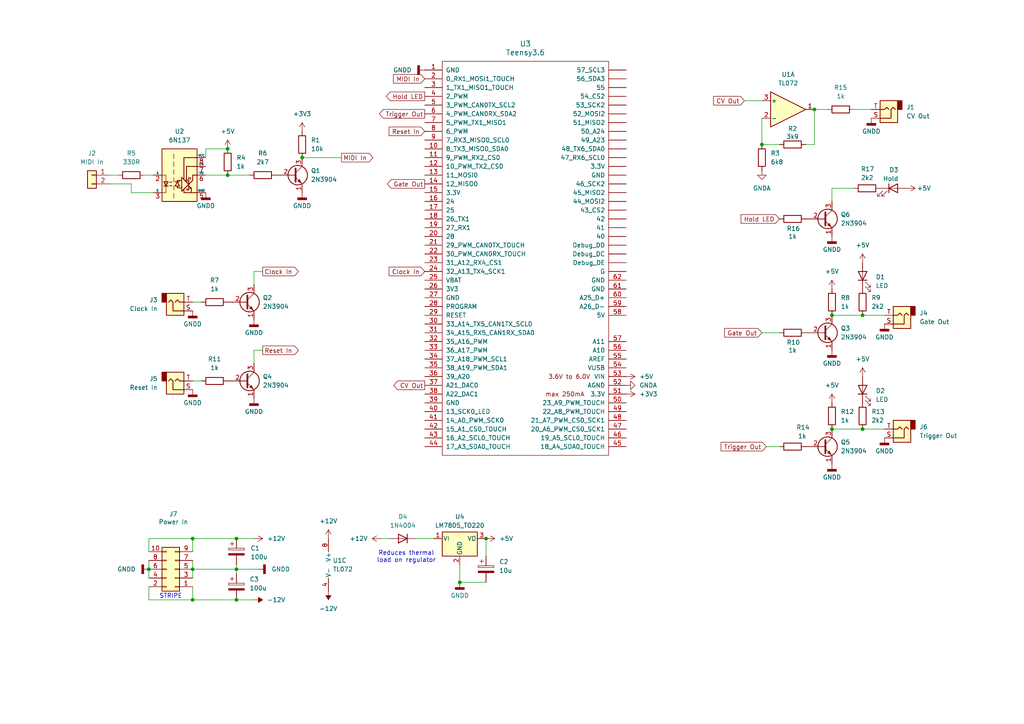
<source format=kicad_sch>
(kicad_sch (version 20231120) (generator "eeschema") (generator_version "8.0")
  (paper "A4")
  (lib_symbols
    (symbol "Amplifier_Operational:TL072" (pin_names (offset 0.127))
      (property "Reference" "U" (at 0 5.08 0))
      (property "Value" "TL072" (at 0 -5.08 0))
      (symbol "TL072_1_1"
        (polyline (pts (xy -5.08 5.08) (xy 5.08 0) (xy -5.08 -5.08) (xy -5.08 5.08)) (stroke (width 0.254)) (fill (type background)))
        (pin output line (at 7.62 0 180) (length 2.54) (name "~") (number "1"))
        (pin input line (at -7.62 -2.54 0) (length 2.54) (name "-") (number "2"))
        (pin input line (at -7.62 2.54 0) (length 2.54) (name "+") (number "3"))
      )
      (symbol "TL072_2_1"
        (polyline (pts (xy -5.08 5.08) (xy 5.08 0) (xy -5.08 -5.08) (xy -5.08 5.08)) (stroke (width 0.254)) (fill (type background)))
        (pin input line (at -7.62 2.54 0) (length 2.54) (name "+") (number "5"))
        (pin input line (at -7.62 -2.54 0) (length 2.54) (name "-") (number "6"))
        (pin output line (at 7.62 0 180) (length 2.54) (name "~") (number "7"))
      )
      (symbol "TL072_3_1"
        (pin power_in line (at -2.54 -7.62 90) (length 3.81) (name "V-") (number "4"))
        (pin power_in line (at -2.54 7.62 270) (length 3.81) (name "V+") (number "8"))
      )
    )
    (symbol "Connector:AudioJack2"
      (property "Reference" "J" (at 0 8.89 0))
      (property "Value" "AudioJack2" (at 0 6.35 0))
      (symbol "AudioJack2_0_1"
        (rectangle (start -3.81 0) (end -2.54 -2.54) (stroke (width 0.254)) (fill (type outline)))
        (rectangle (start -2.54 3.81) (end 2.54 -2.54) (stroke (width 0.254)) (fill (type background)))
        (polyline (pts (xy 0 0) (xy 0.635 -0.635) (xy 1.27 0) (xy 2.54 0)) (stroke (width 0.254)))
        (polyline (pts (xy 2.54 2.54) (xy -0.635 2.54) (xy -0.635 0) (xy -1.27 -0.635) (xy -1.905 0)) (stroke (width 0.254)))
      )
      (symbol "AudioJack2_1_1"
        (pin passive line (at 5.08 2.54 180) (length 2.54) (name "~") (number "S"))
        (pin passive line (at 5.08 0 180) (length 2.54) (name "~") (number "T"))
      )
    )
    (symbol "Connector_Generic:Conn_01x02" (pin_names (offset 1.016) hide)
      (property "Reference" "J" (at 0 2.54 0))
      (property "Value" "Conn_01x02" (at 0 -5.08 0))
      (symbol "Conn_01x02_1_1"
        (rectangle (start -1.27 -2.413) (end 0 -2.667) (stroke (width 0.1524)))
        (rectangle (start -1.27 0.127) (end 0 -0.127) (stroke (width 0.1524)))
        (rectangle (start -1.27 1.27) (end 1.27 -3.81) (stroke (width 0.254)) (fill (type background)))
        (pin passive line (at -5.08 0 0) (length 3.81) (name "Pin_1") (number "1"))
        (pin passive line (at -5.08 -2.54 0) (length 3.81) (name "Pin_2") (number "2"))
      )
    )
    (symbol "Connector_Generic:Conn_02x05_Odd_Even" (pin_names (offset 1.016) hide)
      (property "Reference" "J" (at 1.27 7.62 0))
      (property "Value" "Conn_02x05_Odd_Even" (at 1.27 -7.62 0))
      (symbol "Conn_02x05_Odd_Even_1_1"
        (rectangle (start -1.27 -4.953) (end 0 -5.207) (stroke (width 0.1524)))
        (rectangle (start -1.27 -2.413) (end 0 -2.667) (stroke (width 0.1524)))
        (rectangle (start -1.27 0.127) (end 0 -0.127) (stroke (width 0.1524)))
        (rectangle (start -1.27 2.667) (end 0 2.413) (stroke (width 0.1524)))
        (rectangle (start -1.27 5.207) (end 0 4.953) (stroke (width 0.1524)))
        (rectangle (start -1.27 6.35) (end 3.81 -6.35) (stroke (width 0.254)) (fill (type background)))
        (rectangle (start 3.81 -4.953) (end 2.54 -5.207) (stroke (width 0.1524)))
        (rectangle (start 3.81 -2.413) (end 2.54 -2.667) (stroke (width 0.1524)))
        (rectangle (start 3.81 0.127) (end 2.54 -0.127) (stroke (width 0.1524)))
        (rectangle (start 3.81 2.667) (end 2.54 2.413) (stroke (width 0.1524)))
        (rectangle (start 3.81 5.207) (end 2.54 4.953) (stroke (width 0.1524)))
        (pin passive line (at -5.08 5.08 0) (length 3.81) (name "Pin_1") (number "1"))
        (pin passive line (at 7.62 -5.08 180) (length 3.81) (name "Pin_10") (number "10"))
        (pin passive line (at 7.62 5.08 180) (length 3.81) (name "Pin_2") (number "2"))
        (pin passive line (at -5.08 2.54 0) (length 3.81) (name "Pin_3") (number "3"))
        (pin passive line (at 7.62 2.54 180) (length 3.81) (name "Pin_4") (number "4"))
        (pin passive line (at -5.08 0 0) (length 3.81) (name "Pin_5") (number "5"))
        (pin passive line (at 7.62 0 180) (length 3.81) (name "Pin_6") (number "6"))
        (pin passive line (at -5.08 -2.54 0) (length 3.81) (name "Pin_7") (number "7"))
        (pin passive line (at 7.62 -2.54 180) (length 3.81) (name "Pin_8") (number "8"))
        (pin passive line (at -5.08 -5.08 0) (length 3.81) (name "Pin_9") (number "9"))
      )
    )
    (symbol "Device:C_Polarized" (pin_numbers hide) (pin_names (offset 0.254))
      (property "Reference" "C" (at 0.635 2.54 0))
      (property "Value" "C_Polarized" (at 0.635 -2.54 0))
      (symbol "C_Polarized_0_1"
        (rectangle (start -2.286 0.508) (end 2.286 1.016))
        (polyline (pts (xy -1.778 2.286) (xy -0.762 2.286)))
        (polyline (pts (xy -1.27 2.794) (xy -1.27 1.778)))
        (rectangle (start 2.286 -0.508) (end -2.286 -1.016) (fill (type outline)))
      )
      (symbol "C_Polarized_1_1"
        (pin passive line (at 0 3.81 270) (length 2.794) (name "~") (number "1"))
        (pin passive line (at 0 -3.81 90) (length 2.794) (name "~") (number "2"))
      )
    )
    (symbol "Device:D" (pin_numbers hide) (pin_names (offset 1.016) hide)
      (property "Reference" "D" (at 0 2.54 0))
      (property "Value" "D" (at 0 -2.54 0))
      (symbol "D_0_1"
        (polyline (pts (xy -1.27 1.27) (xy -1.27 -1.27)) (stroke (width 0.254)))
        (polyline (pts (xy 1.27 0) (xy -1.27 0)))
        (polyline (pts (xy 1.27 1.27) (xy 1.27 -1.27) (xy -1.27 0) (xy 1.27 1.27)) (stroke (width 0.254)))
      )
      (symbol "D_1_1"
        (pin passive line (at -3.81 0 0) (length 2.54) (name "K") (number "1"))
        (pin passive line (at 3.81 0 180) (length 2.54) (name "A") (number "2"))
      )
    )
    (symbol "Device:LED" (pin_numbers hide) (pin_names (offset 1.016) hide)
      (property "Reference" "D" (at 0 2.54 0))
      (property "Value" "LED" (at 0 -2.54 0))
      (symbol "LED_0_1"
        (polyline (pts (xy -1.27 -1.27) (xy -1.27 1.27)) (stroke (width 0.254)))
        (polyline (pts (xy -1.27 0) (xy 1.27 0)))
        (polyline (pts (xy 1.27 -1.27) (xy 1.27 1.27) (xy -1.27 0) (xy 1.27 -1.27)) (stroke (width 0.254)))
        (polyline (pts (xy -3.048 -0.762) (xy -4.572 -2.286) (xy -3.81 -2.286) (xy -4.572 -2.286) (xy -4.572 -1.524)))
        (polyline (pts (xy -1.778 -0.762) (xy -3.302 -2.286) (xy -2.54 -2.286) (xy -3.302 -2.286) (xy -3.302 -1.524)))
      )
      (symbol "LED_1_1"
        (pin passive line (at -3.81 0 0) (length 2.54) (name "K") (number "1"))
        (pin passive line (at 3.81 0 180) (length 2.54) (name "A") (number "2"))
      )
    )
    (symbol "Device:R" (pin_numbers hide) (pin_names (offset 0))
      (property "Reference" "R" (at 2.032 0 90))
      (property "Value" "R" (at 0 0 90))
      (symbol "R_0_1"
        (rectangle (start -1.016 -2.54) (end 1.016 2.54) (stroke (width 0.254)))
      )
      (symbol "R_1_1"
        (pin passive line (at 0 3.81 270) (length 1.27) (name "~") (number "1"))
        (pin passive line (at 0 -3.81 90) (length 1.27) (name "~") (number "2"))
      )
    )
    (symbol "Isolator:6N137" (pin_names (offset 0))
      (property "Reference" "U" (at -4.064 8.89 0))
      (property "Value" "6N137" (at 0 -8.89 0))
      (symbol "6N137_0_1"
        (polyline (pts (xy 2.667 -3.556) (xy 2.667 -1.651)) (stroke (width 0.254)))
        (polyline (pts (xy 2.667 -2.159) (xy 2.667 -2.921)) (stroke (width 0.254)))
        (polyline (pts (xy 3.429 -3.937) (xy 3.429 -5.08)) (stroke (width 0.254)))
        (polyline (pts (xy -0.635 -3.302) (xy -0.635 -3.683) (xy 0.635 -3.683)) (stroke (width 0.254)))
        (polyline (pts (xy -0.635 -1.905) (xy -0.635 -1.524) (xy 0.508 -1.524)) (stroke (width 0.254)))
        (polyline (pts (xy 1.27 -4.064) (xy 1.27 -5.08) (xy 5.08 -5.08)) (stroke (width 0.254)))
        (polyline (pts (xy 1.27 -1.27) (xy 1.27 5.08) (xy 5.08 5.08)) (stroke (width 0.254)))
        (polyline (pts (xy 2.032 -1.27) (xy 2.032 2.54) (xy 5.08 2.54)) (stroke (width 0.254)))
        (polyline (pts (xy -5.08 -5.08) (xy -3.937 -5.08) (xy -3.937 0) (xy -5.08 0)))
        (polyline (pts (xy 2.667 -3.302) (xy 2.667 -4.318) (xy 2.159 -4.318) (xy 2.159 -3.937)) (stroke (width 0.254)))
        (polyline (pts (xy 2.667 -2.667) (xy 0.635 -4.699) (xy 0.635 -0.635) (xy 2.667 -2.667)) (stroke (width 0.254)))
        (polyline (pts (xy 2.667 -1.778) (xy 2.667 -0.762) (xy 3.175 -0.762) (xy 3.175 -1.143)) (stroke (width 0.254)))
        (polyline (pts (xy 2.794 -2.54) (xy 3.81 -1.524) (xy 3.81 0) (xy 5.08 0)) (stroke (width 0.254)))
        (polyline (pts (xy 2.667 -3.175) (xy 3.429 -3.937) (xy 3.302 -3.556) (xy 3.048 -3.81) (xy 3.429 -3.937)) (stroke (width 0.254)))
        (circle (center 2.032 -1.524) (radius 0.254) (stroke (width 0.254)))
      )
      (symbol "6N137_1_1"
        (rectangle (start -5.08 7.62) (end 5.08 -7.62) (stroke (width 0.254)) (fill (type background)))
        (polyline (pts (xy -4.572 -3.175) (xy -3.302 -3.175)) (stroke (width 0.254)))
        (polyline (pts (xy -1.651 -5.334) (xy -1.651 -6.604)))
        (polyline (pts (xy -1.651 -3.048) (xy -1.651 -4.318)))
        (polyline (pts (xy -1.651 -0.762) (xy -1.651 -2.032)))
        (polyline (pts (xy -1.651 1.524) (xy -1.651 0.254)))
        (polyline (pts (xy -1.651 3.81) (xy -1.651 2.54)))
        (polyline (pts (xy -1.651 6.096) (xy -1.651 4.826)))
        (polyline (pts (xy -1.27 -1.905) (xy 0 -1.905)) (stroke (width 0.254)))
        (polyline (pts (xy -3.937 -3.175) (xy -4.572 -1.905) (xy -3.302 -1.905) (xy -3.937 -3.175)) (stroke (width 0.254)))
        (polyline (pts (xy -0.635 -1.905) (xy -1.27 -3.175) (xy 0 -3.175) (xy -0.635 -1.905)) (stroke (width 0.254)))
        (polyline (pts (xy -2.921 -3.048) (xy -2.159 -3.048) (xy -2.54 -3.175) (xy -2.54 -2.921) (xy -2.159 -3.048)) (stroke (width 0.127)))
        (polyline (pts (xy -2.921 -2.032) (xy -2.159 -2.032) (xy -2.54 -2.159) (xy -2.54 -1.905) (xy -2.159 -2.032)) (stroke (width 0.127)))
        (pin no_connect line (at -5.08 5.08 0) (length 2.54) hide (name "NC") (number "1"))
        (pin passive line (at -7.62 0 0) (length 2.54) (name "A") (number "2"))
        (pin passive line (at -7.62 -5.08 0) (length 2.54) (name "C") (number "3"))
        (pin power_in line (at 7.62 -5.08 180) (length 2.54) (name "GND") (number "5"))
        (pin open_collector line (at 7.62 0 180) (length 2.54) (name "VO") (number "6"))
        (pin input line (at 7.62 2.54 180) (length 2.54) (name "EN") (number "7"))
        (pin power_in line (at 7.62 5.08 180) (length 2.54) (name "VCC") (number "8"))
      )
    )
    (symbol "Regulator_Linear:LM7805_TO220" (pin_names (offset 0.254))
      (property "Reference" "U" (at -3.81 3.175 0))
      (property "Value" "LM7805_TO220" (at 0 3.175 0))
      (symbol "LM7805_TO220_0_1"
        (rectangle (start -5.08 1.905) (end 5.08 -5.08) (stroke (width 0.254)) (fill (type background)))
      )
      (symbol "LM7805_TO220_1_1"
        (pin power_in line (at -7.62 0 0) (length 2.54) (name "VI") (number "1"))
        (pin power_in line (at 0 -7.62 90) (length 2.54) (name "GND") (number "2"))
        (pin power_out line (at 7.62 0 180) (length 2.54) (name "VO") (number "3"))
      )
    )
    (symbol "Transistor_BJT:2N3904" (pin_names (offset 0) hide)
      (property "Reference" "Q" (at 5.08 1.905 0))
      (property "Value" "2N3904" (at 5.08 0 0))
      (symbol "2N3904_0_1"
        (polyline (pts (xy 0.635 0.635) (xy 2.54 2.54)))
        (polyline (pts (xy 0.635 -0.635) (xy 2.54 -2.54) (xy 2.54 -2.54)))
        (polyline (pts (xy 0.635 1.905) (xy 0.635 -1.905) (xy 0.635 -1.905)) (stroke (width 0.508)))
        (polyline (pts (xy 1.27 -1.778) (xy 1.778 -1.27) (xy 2.286 -2.286) (xy 1.27 -1.778) (xy 1.27 -1.778)) (fill (type outline)))
        (circle (center 1.27 0) (radius 2.8194) (stroke (width 0.254)))
      )
      (symbol "2N3904_1_1"
        (pin passive line (at 2.54 -5.08 90) (length 2.54) (name "E") (number "1"))
        (pin passive line (at -5.08 0 0) (length 5.715) (name "B") (number "2"))
        (pin passive line (at 2.54 5.08 270) (length 2.54) (name "C") (number "3"))
      )
    )
    (symbol "power:+12V" (power) (pin_names (offset 0))
      (property "Value" "+12V" (at 0 3.556 0))
      (symbol "+12V_0_1"
        (polyline (pts (xy -0.762 1.27) (xy 0 2.54)))
        (polyline (pts (xy 0 0) (xy 0 2.54)))
        (polyline (pts (xy 0 2.54) (xy 0.762 1.27)))
      )
      (symbol "+12V_1_1"
        (pin power_in line (at 0 0 90) (length 0) hide (name "+12V") (number "1"))
      )
    )
    (symbol "power:+3V3" (power) (pin_names (offset 0))
      (property "Value" "+3V3" (at 0 3.556 0))
      (symbol "+3V3_0_1"
        (polyline (pts (xy -0.762 1.27) (xy 0 2.54)))
        (polyline (pts (xy 0 0) (xy 0 2.54)))
        (polyline (pts (xy 0 2.54) (xy 0.762 1.27)))
      )
      (symbol "+3V3_1_1"
        (pin power_in line (at 0 0 90) (length 0) hide (name "+3V3") (number "1"))
      )
    )
    (symbol "power:+5V" (power) (pin_names (offset 0))
      (property "Value" "+5V" (at 0 3.556 0))
      (symbol "+5V_0_1"
        (polyline (pts (xy -0.762 1.27) (xy 0 2.54)))
        (polyline (pts (xy 0 0) (xy 0 2.54)))
        (polyline (pts (xy 0 2.54) (xy 0.762 1.27)))
      )
      (symbol "+5V_1_1"
        (pin power_in line (at 0 0 90) (length 0) hide (name "+5V") (number "1"))
      )
    )
    (symbol "power:-12V" (power) (pin_names (offset 0))
      (property "Value" "-12V" (at 0 3.81 0))
      (symbol "-12V_0_0"
        (pin power_in line (at 0 0 90) (length 0) hide (name "-12V") (number "1"))
      )
      (symbol "-12V_0_1"
        (polyline (pts (xy 0 0) (xy 0 1.27) (xy 0.762 1.27) (xy 0 2.54) (xy -0.762 1.27) (xy 0 1.27)) (fill (type outline)))
      )
    )
    (symbol "power:GNDA" (power) (pin_names (offset 0))
      (property "Value" "GNDA" (at 0 -3.81 0))
      (symbol "GNDA_0_1"
        (polyline (pts (xy 0 0) (xy 0 -1.27) (xy 1.27 -1.27) (xy 0 -2.54) (xy -1.27 -1.27) (xy 0 -1.27)))
      )
      (symbol "GNDA_1_1"
        (pin power_in line (at 0 0 270) (length 0) hide (name "GNDA") (number "1"))
      )
    )
    (symbol "power:GNDD" (power) (pin_names (offset 0))
      (property "Value" "GNDD" (at 0 -3.175 0))
      (symbol "GNDD_0_1"
        (rectangle (start -1.27 -1.524) (end 1.27 -2.032) (stroke (width 0.254)) (fill (type outline)))
        (polyline (pts (xy 0 0) (xy 0 -1.524)))
      )
      (symbol "GNDD_1_1"
        (pin power_in line (at 0 0 270) (length 0) hide (name "GNDD") (number "1"))
      )
    )
    (symbol "teensy:Teensy3.6" (pin_names (offset 1.016))
      (property "Reference" "U" (at 0 59.69 0))
      (property "Value" "Teensy3.6" (at 0 -59.69 0))
      (symbol "Teensy3.6_0_0"
        (rectangle (start -24.13 57.15) (end 24.13 -57.15))
        (text "3.6V to 6.0V" (at 12.7 -34.29 0) (effects (font (size 1.27 1.27))))
        (text "max 250mA" (at 11.43 -39.37 0) (effects (font (size 1.27 1.27))))
      )
      (symbol "Teensy3.6_1_1"
        (pin power_in line (at -29.21 54.61 0) (length 5.08) (name "GND") (number "1"))
        (pin bidirectional line (at -29.21 31.75 0) (length 5.08) (name "8_TX3_MISO0_SDA0") (number "10"))
        (pin bidirectional line (at -29.21 29.21 0) (length 5.08) (name "9_PWM_RX2_CS0") (number "11"))
        (pin bidirectional line (at -29.21 26.67 0) (length 5.08) (name "10_PWM_TX2_CS0") (number "12"))
        (pin bidirectional line (at -29.21 24.13 0) (length 5.08) (name "11_MOSI0") (number "13"))
        (pin bidirectional line (at -29.21 21.59 0) (length 5.08) (name "12_MISO0") (number "14"))
        (pin power_in line (at -29.21 19.05 0) (length 5.08) (name "3.3V") (number "15"))
        (pin bidirectional line (at -29.21 16.51 0) (length 5.08) (name "24") (number "16"))
        (pin bidirectional line (at -29.21 13.97 0) (length 5.08) (name "25") (number "17"))
        (pin bidirectional line (at -29.21 11.43 0) (length 5.08) (name "26_TX1") (number "18"))
        (pin bidirectional line (at -29.21 8.89 0) (length 5.08) (name "27_RX1") (number "19"))
        (pin bidirectional line (at -29.21 52.07 0) (length 5.08) (name "0_RX1_MOSI1_TOUCH") (number "2"))
        (pin bidirectional line (at -29.21 6.35 0) (length 5.08) (name "28") (number "20"))
        (pin bidirectional line (at -29.21 3.81 0) (length 5.08) (name "29_PWM_CAN0TX_TOUCH") (number "21"))
        (pin bidirectional line (at -29.21 1.27 0) (length 5.08) (name "30_PWM_CAN0RX_TOUCH") (number "22"))
        (pin bidirectional line (at -29.21 -1.27 0) (length 5.08) (name "31_A12_RX4_CS1") (number "23"))
        (pin bidirectional line (at -29.21 -3.81 0) (length 5.08) (name "32_A13_TX4_SCK1") (number "24"))
        (pin power_in line (at -29.21 -6.35 0) (length 5.08) (name "VBAT") (number "25"))
        (pin power_in line (at -29.21 -8.89 0) (length 5.08) (name "3V3") (number "26"))
        (pin power_in line (at -29.21 -11.43 0) (length 5.08) (name "GND") (number "27"))
        (pin input line (at -29.21 -13.97 0) (length 5.08) (name "PROGRAM") (number "28"))
        (pin input line (at -29.21 -16.51 0) (length 5.08) (name "RESET") (number "29"))
        (pin bidirectional line (at -29.21 49.53 0) (length 5.08) (name "1_TX1_MISO1_TOUCH") (number "3"))
        (pin bidirectional line (at -29.21 -19.05 0) (length 5.08) (name "33_A14_TX5_CAN1TX_SCL0") (number "30"))
        (pin bidirectional line (at -29.21 -21.59 0) (length 5.08) (name "34_A15_RX5_CAN1RX_SDA0") (number "31"))
        (pin bidirectional line (at -29.21 -24.13 0) (length 5.08) (name "35_A16_PWM") (number "32"))
        (pin bidirectional line (at -29.21 -26.67 0) (length 5.08) (name "36_A17_PWM") (number "33"))
        (pin bidirectional line (at -29.21 -29.21 0) (length 5.08) (name "37_A18_PWM_SCL1") (number "34"))
        (pin bidirectional line (at -29.21 -31.75 0) (length 5.08) (name "38_A19_PWM_SDA1") (number "35"))
        (pin bidirectional line (at -29.21 -34.29 0) (length 5.08) (name "39_A20") (number "36"))
        (pin bidirectional line (at -29.21 -36.83 0) (length 5.08) (name "A21_DAC0") (number "37"))
        (pin bidirectional line (at -29.21 -39.37 0) (length 5.08) (name "A22_DAC1") (number "38"))
        (pin power_in line (at -29.21 -41.91 0) (length 5.08) (name "GND") (number "39"))
        (pin bidirectional line (at -29.21 46.99 0) (length 5.08) (name "2_PWM") (number "4"))
        (pin bidirectional line (at -29.21 -44.45 0) (length 5.08) (name "13_SCK0_LED") (number "40"))
        (pin bidirectional line (at -29.21 -46.99 0) (length 5.08) (name "14_A0_PWM_SCK0") (number "41"))
        (pin bidirectional line (at -29.21 -49.53 0) (length 5.08) (name "15_A1_CS0_TOUCH") (number "42"))
        (pin bidirectional line (at -29.21 -52.07 0) (length 5.08) (name "16_A2_SCL0_TOUCH") (number "43"))
        (pin bidirectional line (at -29.21 -54.61 0) (length 5.08) (name "17_A3_SDA0_TOUCH") (number "44"))
        (pin bidirectional line (at 29.21 -54.61 180) (length 5.08) (name "18_A4_SDA0_TOUCH") (number "45"))
        (pin bidirectional line (at 29.21 -52.07 180) (length 5.08) (name "19_A5_SCL0_TOUCH") (number "46"))
        (pin bidirectional line (at 29.21 -49.53 180) (length 5.08) (name "20_A6_PWM_CS0_SCK1") (number "47"))
        (pin bidirectional line (at 29.21 -46.99 180) (length 5.08) (name "21_A7_PWM_CS0_SCK1") (number "48"))
        (pin bidirectional line (at 29.21 -44.45 180) (length 5.08) (name "22_A8_PWM_TOUCH") (number "49"))
        (pin bidirectional line (at -29.21 44.45 0) (length 5.08) (name "3_PWM_CAN0TX_SCL2") (number "5"))
        (pin bidirectional line (at 29.21 -41.91 180) (length 5.08) (name "23_A9_PWM_TOUCH") (number "50"))
        (pin power_out line (at 29.21 -39.37 180) (length 5.08) (name "3.3V") (number "51"))
        (pin power_out line (at 29.21 -36.83 180) (length 5.08) (name "AGND") (number "52"))
        (pin power_in line (at 29.21 -34.29 180) (length 5.08) (name "VIN") (number "53"))
        (pin power_in line (at 29.21 -31.75 180) (length 5.08) (name "VUSB") (number "54"))
        (pin input line (at 29.21 -29.21 180) (length 5.08) (name "AREF") (number "55"))
        (pin bidirectional line (at 29.21 -26.67 180) (length 5.08) (name "A10") (number "56"))
        (pin bidirectional line (at 29.21 -24.13 180) (length 5.08) (name "A11") (number "57"))
        (pin power_in line (at 29.21 -16.51 180) (length 5.08) (name "5V") (number "58"))
        (pin bidirectional line (at 29.21 -13.97 180) (length 5.08) (name "A26_D-") (number "59"))
        (pin bidirectional line (at -29.21 41.91 0) (length 5.08) (name "4_PWM_CAN0RX_SDA2") (number "6"))
        (pin bidirectional line (at 29.21 -11.43 180) (length 5.08) (name "A25_D+") (number "60"))
        (pin power_in line (at 29.21 -8.89 180) (length 5.08) (name "GND") (number "61"))
        (pin power_in line (at 29.21 -6.35 180) (length 5.08) (name "GND") (number "62"))
        (pin bidirectional line (at -29.21 39.37 0) (length 5.08) (name "5_PWM_TX1_MISO1") (number "7"))
        (pin bidirectional line (at -29.21 36.83 0) (length 5.08) (name "6_PWM") (number "8"))
        (pin bidirectional line (at -29.21 34.29 0) (length 5.08) (name "7_RX3_MISO0_SCL0") (number "9"))
        (pin power_in line (at 29.21 26.67 180) (length 5.08) (name "3.3V") (number "~"))
        (pin bidirectional line (at 29.21 6.35 180) (length 5.08) (name "40") (number "~"))
        (pin bidirectional line (at 29.21 8.89 180) (length 5.08) (name "41") (number "~"))
        (pin bidirectional line (at 29.21 11.43 180) (length 5.08) (name "42") (number "~"))
        (pin bidirectional line (at 29.21 13.97 180) (length 5.08) (name "43_CS2") (number "~"))
        (pin bidirectional line (at 29.21 16.51 180) (length 5.08) (name "44_MOSI2") (number "~"))
        (pin bidirectional line (at 29.21 19.05 180) (length 5.08) (name "45_MISO2") (number "~"))
        (pin bidirectional line (at 29.21 21.59 180) (length 5.08) (name "46_SCK2") (number "~"))
        (pin bidirectional line (at 29.21 29.21 180) (length 5.08) (name "47_RX6_SCL0") (number "~"))
        (pin bidirectional line (at 29.21 31.75 180) (length 5.08) (name "48_TX6_SDA0") (number "~"))
        (pin bidirectional line (at 29.21 34.29 180) (length 5.08) (name "49_A23") (number "~"))
        (pin bidirectional line (at 29.21 36.83 180) (length 5.08) (name "50_A24") (number "~"))
        (pin bidirectional line (at 29.21 39.37 180) (length 5.08) (name "51_MISO2") (number "~"))
        (pin bidirectional line (at 29.21 41.91 180) (length 5.08) (name "52_MOSI2") (number "~"))
        (pin bidirectional line (at 29.21 44.45 180) (length 5.08) (name "53_SCK2") (number "~"))
        (pin bidirectional line (at 29.21 46.99 180) (length 5.08) (name "54_CS2") (number "~"))
        (pin bidirectional line (at 29.21 49.53 180) (length 5.08) (name "55") (number "~"))
        (pin bidirectional line (at 29.21 52.07 180) (length 5.08) (name "56_SDA3") (number "~"))
        (pin bidirectional line (at 29.21 54.61 180) (length 5.08) (name "57_SCL3") (number "~"))
        (pin input line (at 29.21 1.27 180) (length 5.08) (name "Debug_DC") (number "~"))
        (pin input line (at 29.21 3.81 180) (length 5.08) (name "Debug_DD") (number "~"))
        (pin input line (at 29.21 -1.27 180) (length 5.08) (name "Debug_DE") (number "~"))
        (pin power_in line (at 29.21 -3.81 180) (length 5.08) (name "G") (number "~"))
        (pin power_in line (at 29.21 24.13 180) (length 5.08) (name "GND") (number "~"))
      )
    )
  )
  (junction (at 140.97 156.21))
  (junction (at 250.19 124.46))
  (junction (at 87.63 45.72))
  (junction (at 250.19 91.44))
  (junction (at 55.88 165.1))
  (junction (at 55.88 173.99))
  (junction (at 68.58 156.21))
  (junction (at 241.3 91.44))
  (junction (at 43.18 165.1))
  (junction (at 241.3 124.46))
  (junction (at 66.04 50.8))
  (junction (at 236.22 31.75))
  (junction (at 68.58 165.1))
  (junction (at 133.35 168.91))
  (junction (at 220.98 41.91))
  (junction (at 66.04 43.18))
  (junction (at 55.88 156.21))
  (junction (at 68.58 173.99))
  (wire (pts (xy 55.88 162.56) (xy 55.88 165.1)))
  (wire (pts (xy 55.88 156.21) (xy 55.88 160.02)))
  (wire (pts (xy 241.3 54.61) (xy 241.3 58.42)))
  (wire (pts (xy 241.3 124.46) (xy 250.19 124.46)))
  (wire (pts (xy 55.88 87.63) (xy 58.42 87.63)))
  (wire (pts (xy 110.49 156.21) (xy 113.03 156.21)))
  (wire (pts (xy 73.66 173.99) (xy 68.58 173.99)))
  (wire (pts (xy 220.98 34.29) (xy 220.98 41.91)))
  (wire (pts (xy 68.58 173.99) (xy 55.88 173.99)))
  (wire (pts (xy 73.66 78.74) (xy 73.66 82.55)))
  (wire (pts (xy 43.18 156.21) (xy 55.88 156.21)))
  (wire (pts (xy 250.19 91.44) (xy 256.54 91.44)))
  (wire (pts (xy 43.18 160.02) (xy 43.18 156.21)))
  (wire (pts (xy 140.97 156.21) (xy 140.97 161.29)))
  (wire (pts (xy 31.75 50.8) (xy 34.29 50.8)))
  (wire (pts (xy 68.58 165.1) (xy 55.88 165.1)))
  (wire (pts (xy 241.3 91.44) (xy 250.19 91.44)))
  (wire (pts (xy 43.18 170.18) (xy 43.18 173.99)))
  (wire (pts (xy 247.65 31.75) (xy 252.73 31.75)))
  (wire (pts (xy 250.19 124.46) (xy 256.54 124.46)))
  (wire (pts (xy 74.93 165.1) (xy 68.58 165.1)))
  (wire (pts (xy 68.58 156.21) (xy 55.88 156.21)))
  (wire (pts (xy 133.35 163.83) (xy 133.35 168.91)))
  (wire (pts (xy 59.69 50.8) (xy 66.04 50.8)))
  (wire (pts (xy 55.88 173.99) (xy 55.88 170.18)))
  (wire (pts (xy 41.91 50.8) (xy 44.45 50.8)))
  (wire (pts (xy 31.75 53.34) (xy 38.1 53.34)))
  (wire (pts (xy 38.1 55.88) (xy 44.45 55.88)))
  (wire (pts (xy 215.9 29.21) (xy 220.98 29.21)))
  (wire (pts (xy 247.65 54.61) (xy 241.3 54.61)))
  (wire (pts (xy 43.18 165.1) (xy 43.18 167.64)))
  (wire (pts (xy 87.63 45.72) (xy 99.06 45.72)))
  (wire (pts (xy 73.66 101.6) (xy 73.66 105.41)))
  (wire (pts (xy 76.2 78.74) (xy 73.66 78.74)))
  (wire (pts (xy 73.66 156.21) (xy 68.58 156.21)))
  (wire (pts (xy 68.58 163.83) (xy 68.58 165.1)))
  (wire (pts (xy 68.58 165.1) (xy 68.58 166.37)))
  (wire (pts (xy 55.88 165.1) (xy 55.88 167.64)))
  (wire (pts (xy 76.2 101.6) (xy 73.66 101.6)))
  (wire (pts (xy 55.88 110.49) (xy 58.42 110.49)))
  (wire (pts (xy 66.04 43.18) (xy 59.69 43.18)))
  (wire (pts (xy 220.98 96.52) (xy 226.06 96.52)))
  (wire (pts (xy 236.22 31.75) (xy 236.22 41.91)))
  (wire (pts (xy 38.1 53.34) (xy 38.1 55.88)))
  (wire (pts (xy 66.04 50.8) (xy 72.39 50.8)))
  (wire (pts (xy 59.69 43.18) (xy 59.69 45.72)))
  (wire (pts (xy 222.25 129.54) (xy 226.06 129.54)))
  (wire (pts (xy 236.22 41.91) (xy 233.68 41.91)))
  (wire (pts (xy 236.22 31.75) (xy 240.03 31.75)))
  (wire (pts (xy 220.98 41.91) (xy 226.06 41.91)))
  (wire (pts (xy 120.65 156.21) (xy 125.73 156.21)))
  (wire (pts (xy 43.18 173.99) (xy 55.88 173.99)))
  (wire (pts (xy 43.18 162.56) (xy 43.18 165.1)))
  (wire (pts (xy 133.35 168.91) (xy 140.97 168.91)))
  (text "STRIPE" (at 49.53 172.974 0) (effects (font (size 1.27 1.27))))
  (text "Reduces thermal\nload on regulator" (at 117.856 161.544 0) (effects (font (size 1.27 1.27))))
  (global_label "Clock In" (shape input) (at 123.19 78.74 180) (property "Intersheetrefs" "${INTERSHEET_REFS}" (effects (hide yes))))
  (global_label "Hold LED" (shape output) (at 123.19 27.94 180) (property "Intersheetrefs" "${INTERSHEET_REFS}" (effects (hide yes))))
  (global_label "Gate Out" (shape input) (at 220.98 96.52 180) (property "Intersheetrefs" "${INTERSHEET_REFS}" (effects (hide yes))))
  (global_label "Trigger Out" (shape input) (at 222.25 129.54 180) (property "Intersheetrefs" "${INTERSHEET_REFS}" (effects (hide yes))))
  (global_label "MIDI In" (shape input) (at 123.19 22.86 180) (property "Intersheetrefs" "${INTERSHEET_REFS}" (effects (hide yes))))
  (global_label "Gate Out" (shape output) (at 123.19 53.34 180) (property "Intersheetrefs" "${INTERSHEET_REFS}" (effects (hide yes))))
  (global_label "MIDI In" (shape output) (at 99.06 45.72 0) (property "Intersheetrefs" "${INTERSHEET_REFS}" (effects (hide yes))))
  (global_label "Reset In" (shape output) (at 76.2 101.6 0) (property "Intersheetrefs" "${INTERSHEET_REFS}" (effects (hide yes))))
  (global_label "Hold LED" (shape input) (at 226.06 63.5 180) (property "Intersheetrefs" "${INTERSHEET_REFS}" (effects (hide yes))))
  (global_label "CV Out" (shape output) (at 123.19 111.76 180) (property "Intersheetrefs" "${INTERSHEET_REFS}" (effects (hide yes))))
  (global_label "Reset In" (shape input) (at 123.19 38.1 180) (property "Intersheetrefs" "${INTERSHEET_REFS}" (effects (hide yes))))
  (global_label "CV Out" (shape input) (at 215.9 29.21 180) (property "Intersheetrefs" "${INTERSHEET_REFS}" (effects (hide yes))))
  (global_label "Trigger Out" (shape output) (at 123.19 33.02 180) (property "Intersheetrefs" "${INTERSHEET_REFS}" (effects (hide yes))))
  (global_label "Clock In" (shape output) (at 76.2 78.74 0) (property "Intersheetrefs" "${INTERSHEET_REFS}" (effects (hide yes))))
  (symbol (lib_id "power:+5V") (at 262.89 54.61 270) (unit 1)
    (property "Reference" "#PWR033" (effects (hide yes)))
    (property "Value" "+5V" (at 267.97 54.61 90))
    (property "Description" "Power symbol creates a global label with name \"+5V\"" (effects (hide yes)))
  )
  (symbol (lib_id "power:+3V3") (at 87.63 38.1 0) (unit 1)
    (property "Reference" "#PWR03" (effects (hide yes)))
    (property "Value" "+3V3" (at 87.63 33.02 0))
    (property "Description" "Power symbol creates a global label with name \"+3V3\"" (effects (hide yes)))
  )
  (symbol (lib_id "power:+5V") (at 250.19 109.22 0) (unit 1)
    (property "Reference" "#PWR015" (effects (hide yes)))
    (property "Value" "+5V" (at 250.19 104.14 0))
    (property "Description" "Power symbol creates a global label with name \"+5V\"" (effects (hide yes)))
  )
  (symbol (lib_id "Device:R") (at 251.46 54.61 270) (unit 1)
    (property "Reference" "R17" (at 249.682 49.022 90) (effects (justify left)))
    (property "Value" "2k2" (at 249.682 51.562 90) (effects (justify left)))
    (property "Footprint" "Resistor_THT:R_Axial_DIN0207_L6.3mm_D2.5mm_P7.62mm_Horizontal" (effects (hide yes)))
    (property "Description" "Resistor" (effects (hide yes)))
  )
  (symbol (lib_id "Device:LED") (at 259.08 54.61 0) (unit 1)
    (property "Reference" "D3" (at 260.604 49.276 0) (effects (justify right)))
    (property "Value" "Hold" (at 260.604 51.816 0) (effects (justify right)))
    (property "Footprint" "LED_THT:LED_D3.0mm" (effects (hide yes)))
    (property "Description" "Light emitting diode" (effects (hide yes)))
  )
  (symbol (lib_id "power:+5V") (at 140.97 156.21 270) (unit 1)
    (property "Reference" "#PWR026" (effects (hide yes)))
    (property "Value" "+5V" (at 144.78 156.2099 90) (effects (justify left)))
    (property "Description" "Power symbol creates a global label with name \"+5V\"" (effects (hide yes)))
  )
  (symbol (lib_id "Device:C_Polarized") (at 68.58 170.18 0) (unit 1)
    (property "Reference" "C3" (at 72.39 168.0209 0) (effects (justify left)))
    (property "Value" "100u" (at 72.39 170.5609 0) (effects (justify left)))
    (property "Footprint" "Capacitor_THT:CP_Radial_D6.3mm_P2.50mm" (effects (hide yes)))
    (property "Description" "Polarized capacitor" (effects (hide yes)))
  )
  (symbol (lib_id "Device:R") (at 220.98 45.72 0) (unit 1)
    (property "Reference" "R3" (at 223.52 44.4499 0) (effects (justify left)))
    (property "Value" "6k8" (at 223.52 46.9899 0) (effects (justify left)))
    (property "Footprint" "Resistor_THT:R_Axial_DIN0207_L6.3mm_D2.5mm_P7.62mm_Horizontal" (effects (hide yes)))
    (property "Description" "Resistor" (effects (hide yes)))
  )
  (symbol (lib_id "Amplifier_Operational:TL072") (at 97.79 163.83 0) (unit 3)
    (property "Reference" "U1" (at 96.52 162.5599 0) (effects (justify left)))
    (property "Value" "TL072" (at 96.52 165.0999 0) (effects (justify left)))
    (property "Footprint" "Package_DIP:DIP-8_W7.62mm_Socket" (effects (hide yes)))
    (property "Datasheet" "http://www.ti.com/lit/ds/symlink/tl071.pdf" (effects (hide yes)))
    (property "Description" "Dual Low-Noise JFET-Input Operational Amplifiers, DIP-8/SOIC-8" (effects (hide yes)))
  )
  (symbol (lib_id "Connector_Generic:Conn_01x02") (at 26.67 50.8 0) (mirror y) (unit 1)
    (property "Reference" "J2" (at 26.67 44.45 0))
    (property "Value" "MIDI In" (at 26.67 46.99 0))
    (property "Footprint" "Connector_PinHeader_2.54mm:PinHeader_1x02_P2.54mm_Vertical" (effects (hide yes)))
    (property "Description" "Generic connector, single row, 01x02, script generated (kicad-library-utils/schlib/autogen/connector/)" (effects (hide yes)))
  )
  (symbol (lib_id "Device:R") (at 38.1 50.8 90) (unit 1)
    (property "Reference" "R5" (at 38.1 44.45 90))
    (property "Value" "330R" (at 38.1 46.99 90))
    (property "Footprint" "Resistor_THT:R_Axial_DIN0207_L6.3mm_D2.5mm_P7.62mm_Horizontal" (effects (hide yes)))
    (property "Description" "Resistor" (effects (hide yes)))
  )
  (symbol (lib_id "power:GNDD") (at 74.93 165.1 90) (unit 1)
    (property "Reference" "#PWR028" (effects (hide yes)))
    (property "Value" "GNDD" (at 78.74 165.0999 90) (effects (justify right)))
    (property "Description" "Power symbol creates a global label with name \"GNDD\" , digital ground" (effects (hide yes)))
  )
  (symbol (lib_id "Connector:AudioJack2") (at 257.81 31.75 180) (unit 1)
    (property "Reference" "J1" (at 262.89 31.1149 0) (effects (justify right)))
    (property "Value" "CV Out" (at 262.89 33.6549 0) (effects (justify right)))
    (property "Footprint" "Connector_Audio:Jack_3.5mm_QingPu_WQP-PJ398SM_Vertical_CircularHoles" (effects (hide yes)))
    (property "Description" "Audio Jack, 2 Poles (Mono / TS)" (effects (hide yes)))
  )
  (symbol (lib_id "Connector:AudioJack2") (at 50.8 87.63 0) (mirror x) (unit 1)
    (property "Reference" "J3" (at 45.72 86.9949 0) (effects (justify right)))
    (property "Value" "Clock In" (at 45.72 89.5349 0) (effects (justify right)))
    (property "Footprint" "Connector_Audio:Jack_3.5mm_QingPu_WQP-PJ398SM_Vertical_CircularHoles" (effects (hide yes)))
    (property "Description" "Audio Jack, 2 Poles (Mono / TS)" (effects (hide yes)))
  )
  (symbol (lib_id "power:+12V") (at 95.25 156.21 0) (unit 1)
    (property "Reference" "#PWR024" (effects (hide yes)))
    (property "Value" "+12V" (at 95.25 151.13 0))
    (property "Description" "Power symbol creates a global label with name \"+12V\"" (effects (hide yes)))
  )
  (symbol (lib_id "Transistor_BJT:2N3904") (at 71.12 87.63 0) (unit 1)
    (property "Reference" "Q2" (at 76.2 86.3599 0) (effects (justify left)))
    (property "Value" "2N3904" (at 76.2 88.8999 0) (effects (justify left)))
    (property "Footprint" "Package_TO_SOT_THT:TO-92_Inline" (effects (hide yes)))
    (property "Datasheet" "https://www.onsemi.com/pub/Collateral/2N3903-D.PDF" (effects (hide yes)))
    (property "Description" "0.2A Ic, 40V Vce, Small Signal NPN Transistor, TO-92" (effects (hide yes)))
  )
  (symbol (lib_id "Device:D") (at 116.84 156.21 180) (unit 1)
    (property "Reference" "D4" (at 116.84 149.86 0))
    (property "Value" "1N4004" (at 116.84 152.4 0))
    (property "Footprint" "Diode_THT:D_DO-41_SOD81_P7.62mm_Horizontal" (effects (hide yes)))
    (property "Description" "Diode" (effects (hide yes)))
  )
  (symbol (lib_id "Device:R") (at 229.87 41.91 90) (unit 1)
    (property "Reference" "R2" (at 229.87 37.338 90))
    (property "Value" "3k9" (at 229.87 39.624 90))
    (property "Footprint" "Resistor_THT:R_Axial_DIN0207_L6.3mm_D2.5mm_P7.62mm_Horizontal" (effects (hide yes)))
    (property "Description" "Resistor" (effects (hide yes)))
  )
  (symbol (lib_id "Device:R") (at 229.87 96.52 90) (unit 1)
    (property "Reference" "R10" (at 230.124 99.314 90))
    (property "Value" "1k" (at 229.87 101.6 90))
    (property "Footprint" "Resistor_THT:R_Axial_DIN0207_L6.3mm_D2.5mm_P7.62mm_Horizontal" (effects (hide yes)))
    (property "Description" "Resistor" (effects (hide yes)))
  )
  (symbol (lib_id "power:-12V") (at 73.66 173.99 270) (unit 1)
    (property "Reference" "#PWR031" (effects (hide yes)))
    (property "Value" "-12V" (at 77.47 173.9899 90) (effects (justify left)))
    (property "Description" "Power symbol creates a global label with name \"-12V\"" (effects (hide yes)))
  )
  (symbol (lib_id "Device:R") (at 229.87 129.54 90) (unit 1)
    (property "Reference" "R14" (at 232.918 123.952 90))
    (property "Value" "1k" (at 232.664 126.492 90))
    (property "Footprint" "Resistor_THT:R_Axial_DIN0207_L6.3mm_D2.5mm_P7.62mm_Horizontal" (effects (hide yes)))
    (property "Description" "Resistor" (effects (hide yes)))
  )
  (symbol (lib_id "power:GNDD") (at 256.54 93.98 0) (unit 1)
    (property "Reference" "#PWR012" (effects (hide yes)))
    (property "Value" "GNDD" (at 256.54 97.79 0))
    (property "Description" "Power symbol creates a global label with name \"GNDD\" , digital ground" (effects (hide yes)))
  )
  (symbol (lib_id "power:GNDD") (at 241.3 134.62 0) (unit 1)
    (property "Reference" "#PWR022" (effects (hide yes)))
    (property "Value" "GNDD" (at 241.3 138.43 0))
    (property "Description" "Power symbol creates a global label with name \"GNDD\" , digital ground" (effects (hide yes)))
  )
  (symbol (lib_id "Connector:AudioJack2") (at 50.8 110.49 0) (mirror x) (unit 1)
    (property "Reference" "J5" (at 45.72 109.8549 0) (effects (justify right)))
    (property "Value" "Reset In" (at 45.72 112.3949 0) (effects (justify right)))
    (property "Footprint" "Connector_Audio:Jack_3.5mm_QingPu_WQP-PJ398SM_Vertical_CircularHoles" (effects (hide yes)))
    (property "Description" "Audio Jack, 2 Poles (Mono / TS)" (effects (hide yes)))
  )
  (symbol (lib_id "Device:R") (at 243.84 31.75 90) (unit 1)
    (property "Reference" "R15" (at 243.84 25.4 90))
    (property "Value" "1k" (at 243.84 27.94 90))
    (property "Footprint" "Resistor_THT:R_Axial_DIN0207_L6.3mm_D2.5mm_P7.62mm_Horizontal" (effects (hide yes)))
    (property "Description" "Resistor" (effects (hide yes)))
  )
  (symbol (lib_id "power:+5V") (at 241.3 83.82 0) (unit 1)
    (property "Reference" "#PWR09" (effects (hide yes)))
    (property "Value" "+5V" (at 241.3 78.74 0))
    (property "Description" "Power symbol creates a global label with name \"+5V\"" (effects (hide yes)))
  )
  (symbol (lib_id "Device:R") (at 250.19 87.63 0) (unit 1)
    (property "Reference" "R9" (at 252.73 86.3599 0) (effects (justify left)))
    (property "Value" "2k2" (at 252.73 88.8999 0) (effects (justify left)))
    (property "Footprint" "Resistor_THT:R_Axial_DIN0207_L6.3mm_D2.5mm_P7.62mm_Horizontal" (effects (hide yes)))
    (property "Description" "Resistor" (effects (hide yes)))
  )
  (symbol (lib_id "Device:R") (at 62.23 87.63 270) (unit 1)
    (property "Reference" "R7" (at 62.23 81.28 90))
    (property "Value" "1k" (at 62.23 83.82 90))
    (property "Footprint" "Resistor_THT:R_Axial_DIN0207_L6.3mm_D2.5mm_P7.62mm_Horizontal" (effects (hide yes)))
    (property "Description" "Resistor" (effects (hide yes)))
  )
  (symbol (lib_id "power:+3V3") (at 181.61 114.3 270) (unit 1)
    (property "Reference" "#PWR018" (effects (hide yes)))
    (property "Value" "+3V3" (at 185.42 114.2999 90) (effects (justify left)))
    (property "Description" "Power symbol creates a global label with name \"+3V3\"" (effects (hide yes)))
  )
  (symbol (lib_id "Transistor_BJT:2N3904") (at 71.12 110.49 0) (unit 1)
    (property "Reference" "Q4" (at 76.2 109.2199 0) (effects (justify left)))
    (property "Value" "2N3904" (at 76.2 111.7599 0) (effects (justify left)))
    (property "Footprint" "Package_TO_SOT_THT:TO-92_Inline" (effects (hide yes)))
    (property "Datasheet" "https://www.onsemi.com/pub/Collateral/2N3903-D.PDF" (effects (hide yes)))
    (property "Description" "0.2A Ic, 40V Vce, Small Signal NPN Transistor, TO-92" (effects (hide yes)))
  )
  (symbol (lib_id "power:+5V") (at 66.04 43.18 0) (unit 1)
    (property "Reference" "#PWR04" (effects (hide yes)))
    (property "Value" "+5V" (at 66.04 38.1 0))
    (property "Description" "Power symbol creates a global label with name \"+5V\"" (effects (hide yes)))
  )
  (symbol (lib_id "Connector:AudioJack2") (at 261.62 91.44 180) (unit 1)
    (property "Reference" "J4" (at 266.7 90.8049 0) (effects (justify right)))
    (property "Value" "Gate Out" (at 266.7 93.3449 0) (effects (justify right)))
    (property "Footprint" "Connector_Audio:Jack_3.5mm_QingPu_WQP-PJ398SM_Vertical_CircularHoles" (effects (hide yes)))
    (property "Description" "Audio Jack, 2 Poles (Mono / TS)" (effects (hide yes)))
  )
  (symbol (lib_id "Transistor_BJT:2N3904") (at 85.09 50.8 0) (unit 1)
    (property "Reference" "Q1" (at 90.17 49.5299 0) (effects (justify left)))
    (property "Value" "2N3904" (at 90.17 52.0699 0) (effects (justify left)))
    (property "Footprint" "Package_TO_SOT_THT:TO-92_Inline" (effects (hide yes)))
    (property "Datasheet" "https://www.onsemi.com/pub/Collateral/2N3903-D.PDF" (effects (hide yes)))
    (property "Description" "0.2A Ic, 40V Vce, Small Signal NPN Transistor, TO-92" (effects (hide yes)))
  )
  (symbol (lib_id "Device:R") (at 76.2 50.8 90) (unit 1)
    (property "Reference" "R6" (at 76.2 44.45 90))
    (property "Value" "2k7" (at 76.2 46.99 90))
    (property "Footprint" "Resistor_THT:R_Axial_DIN0207_L6.3mm_D2.5mm_P7.62mm_Horizontal" (effects (hide yes)))
    (property "Description" "Resistor" (effects (hide yes)))
  )
  (symbol (lib_id "Device:C_Polarized") (at 140.97 165.1 0) (unit 1)
    (property "Reference" "C2" (at 144.78 162.9409 0) (effects (justify left)))
    (property "Value" "10u" (at 144.78 165.4809 0) (effects (justify left)))
    (property "Footprint" "Capacitor_THT:CP_Radial_D5.0mm_P2.00mm" (effects (hide yes)))
    (property "Description" "Polarized capacitor" (effects (hide yes)))
  )
  (symbol (lib_id "power:+5V") (at 250.19 76.2 0) (unit 1)
    (property "Reference" "#PWR08" (effects (hide yes)))
    (property "Value" "+5V" (at 250.19 71.12 0))
    (property "Description" "Power symbol creates a global label with name \"+5V\"" (effects (hide yes)))
  )
  (symbol (lib_id "Isolator:6N137") (at 52.07 50.8 0) (unit 1)
    (property "Reference" "U2" (at 52.07 38.1 0))
    (property "Value" "6N137" (at 52.07 40.64 0))
    (property "Footprint" "Package_DIP:DIP-8_W7.62mm" (effects (hide yes)))
    (property "Datasheet" "https://docs.broadcom.com/docs/AV02-0940EN" (effects (hide yes)))
    (property "Description" "Single High Speed LSTTL/TTL Compatible Optocoupler with enable, dV/dt 1000/us, VCM 10, max 7V VCC, DIP-8" (effects (hide yes)))
  )
  (symbol (lib_id "Device:R") (at 62.23 110.49 270) (unit 1)
    (property "Reference" "R11" (at 62.23 104.14 90))
    (property "Value" "1k" (at 62.23 106.68 90))
    (property "Footprint" "Resistor_THT:R_Axial_DIN0207_L6.3mm_D2.5mm_P7.62mm_Horizontal" (effects (hide yes)))
    (property "Description" "Resistor" (effects (hide yes)))
  )
  (symbol (lib_id "power:GNDD") (at 55.88 113.03 0) (unit 1)
    (property "Reference" "#PWR017" (effects (hide yes)))
    (property "Value" "GNDD" (at 55.88 116.84 0))
    (property "Description" "Power symbol creates a global label with name \"GNDD\" , digital ground" (effects (hide yes)))
  )
  (symbol (lib_id "teensy:Teensy3.6") (at 152.4 74.93 0) (unit 1)
    (property "Reference" "U3" (at 152.4 12.7 0) (effects (font (size 1.524 1.524))))
    (property "Value" "Teensy3.6" (at 152.4 15.24 0) (effects (font (size 1.524 1.524))))
    (property "Footprint" "teensy:Teensy35_36" (effects (hide yes)))
  )
  (symbol (lib_id "Amplifier_Operational:TL072") (at 228.6 31.75 0) (unit 1)
    (property "Reference" "U1" (at 228.6 21.59 0))
    (property "Value" "TL072" (at 228.6 24.13 0))
    (property "Footprint" "Package_DIP:DIP-8_W7.62mm_Socket" (effects (hide yes)))
    (property "Datasheet" "http://www.ti.com/lit/ds/symlink/tl071.pdf" (effects (hide yes)))
    (property "Description" "Dual Low-Noise JFET-Input Operational Amplifiers, DIP-8/SOIC-8" (effects (hide yes)))
  )
  (symbol (lib_id "power:GNDD") (at 73.66 92.71 0) (unit 1)
    (property "Reference" "#PWR011" (effects (hide yes)))
    (property "Value" "GNDD" (at 73.66 96.52 0))
    (property "Description" "Power symbol creates a global label with name \"GNDD\" , digital ground" (effects (hide yes)))
  )
  (symbol (lib_id "Device:R") (at 87.63 41.91 0) (unit 1)
    (property "Reference" "R1" (at 90.17 40.6399 0) (effects (justify left)))
    (property "Value" "10k" (at 90.17 43.1799 0) (effects (justify left)))
    (property "Footprint" "Resistor_THT:R_Axial_DIN0207_L6.3mm_D2.5mm_P7.62mm_Horizontal" (effects (hide yes)))
    (property "Description" "Resistor" (effects (hide yes)))
  )
  (symbol (lib_id "power:GNDD") (at 252.73 34.29 0) (unit 1)
    (property "Reference" "#PWR02" (effects (hide yes)))
    (property "Value" "GNDD" (at 252.73 38.1 0))
    (property "Description" "Power symbol creates a global label with name \"GNDD\" , digital ground" (effects (hide yes)))
  )
  (symbol (lib_id "Transistor_BJT:2N3904") (at 238.76 129.54 0) (unit 1)
    (property "Reference" "Q5" (at 243.84 128.2699 0) (effects (justify left)))
    (property "Value" "2N3904" (at 243.84 130.8099 0) (effects (justify left)))
    (property "Footprint" "Package_TO_SOT_THT:TO-92_Inline" (effects (hide yes)))
    (property "Datasheet" "https://www.onsemi.com/pub/Collateral/2N3903-D.PDF" (effects (hide yes)))
    (property "Description" "0.2A Ic, 40V Vce, Small Signal NPN Transistor, TO-92" (effects (hide yes)))
  )
  (symbol (lib_id "power:GNDD") (at 133.35 168.91 0) (unit 1)
    (property "Reference" "#PWR029" (effects (hide yes)))
    (property "Value" "GNDD" (at 133.35 172.72 0))
    (property "Description" "Power symbol creates a global label with name \"GNDD\" , digital ground" (effects (hide yes)))
  )
  (symbol (lib_id "Transistor_BJT:2N3904") (at 238.76 63.5 0) (unit 1)
    (property "Reference" "Q6" (at 243.84 62.2299 0) (effects (justify left)))
    (property "Value" "2N3904" (at 243.84 64.7699 0) (effects (justify left)))
    (property "Footprint" "Package_TO_SOT_THT:TO-92_Inline" (effects (hide yes)))
    (property "Datasheet" "https://www.onsemi.com/pub/Collateral/2N3903-D.PDF" (effects (hide yes)))
    (property "Description" "0.2A Ic, 40V Vce, Small Signal NPN Transistor, TO-92" (effects (hide yes)))
  )
  (symbol (lib_id "Device:C_Polarized") (at 68.58 160.02 0) (unit 1)
    (property "Reference" "C1" (at 72.644 159.004 0) (effects (justify left)))
    (property "Value" "100u" (at 72.644 161.544 0) (effects (justify left)))
    (property "Footprint" "Capacitor_THT:CP_Radial_D6.3mm_P2.50mm" (effects (hide yes)))
    (property "Description" "Polarized capacitor" (effects (hide yes)))
  )
  (symbol (lib_id "power:GNDD") (at 87.63 55.88 0) (unit 1)
    (property "Reference" "#PWR07" (effects (hide yes)))
    (property "Value" "GNDD" (at 87.63 59.69 0))
    (property "Description" "Power symbol creates a global label with name \"GNDD\" , digital ground" (effects (hide yes)))
  )
  (symbol (lib_id "power:+12V") (at 73.66 156.21 270) (unit 1)
    (property "Reference" "#PWR023" (effects (hide yes)))
    (property "Value" "+12V" (at 77.47 156.2099 90) (effects (justify left)))
    (property "Description" "Power symbol creates a global label with name \"+12V\"" (effects (hide yes)))
  )
  (symbol (lib_id "Device:R") (at 229.87 63.5 90) (unit 1)
    (property "Reference" "R16" (at 230.124 66.294 90))
    (property "Value" "1k" (at 229.87 68.58 90))
    (property "Footprint" "Resistor_THT:R_Axial_DIN0207_L6.3mm_D2.5mm_P7.62mm_Horizontal" (effects (hide yes)))
    (property "Description" "Resistor" (effects (hide yes)))
  )
  (symbol (lib_id "power:GNDD") (at 241.3 101.6 0) (unit 1)
    (property "Reference" "#PWR013" (effects (hide yes)))
    (property "Value" "GNDD" (at 241.3 105.41 0))
    (property "Description" "Power symbol creates a global label with name \"GNDD\" , digital ground" (effects (hide yes)))
  )
  (symbol (lib_id "Device:R") (at 241.3 120.65 180) (unit 1)
    (property "Reference" "R12" (at 243.84 119.3799 0) (effects (justify right)))
    (property "Value" "1k" (at 243.84 121.9199 0) (effects (justify right)))
    (property "Footprint" "Resistor_THT:R_Axial_DIN0207_L6.3mm_D2.5mm_P7.62mm_Horizontal" (effects (hide yes)))
    (property "Description" "Resistor" (effects (hide yes)))
  )
  (symbol (lib_id "power:GNDD") (at 241.3 68.58 0) (unit 1)
    (property "Reference" "#PWR032" (effects (hide yes)))
    (property "Value" "GNDD" (at 241.3 72.39 0))
    (property "Description" "Power symbol creates a global label with name \"GNDD\" , digital ground" (effects (hide yes)))
  )
  (symbol (lib_id "power:GNDD") (at 73.66 115.57 0) (unit 1)
    (property "Reference" "#PWR019" (effects (hide yes)))
    (property "Value" "GNDD" (at 73.66 119.38 0))
    (property "Description" "Power symbol creates a global label with name \"GNDD\" , digital ground" (effects (hide yes)))
  )
  (symbol (lib_id "Connector_Generic:Conn_02x05_Odd_Even") (at 50.8 165.1 180) (unit 1)
    (property "Reference" "J7" (at 50.292 149.098 0))
    (property "Value" "Power In" (at 50.292 151.384 0))
    (property "Footprint" "Connector_IDC:IDC-Header_2x05_P2.54mm_Vertical" (effects (hide yes)))
    (property "Description" "Generic connector, double row, 02x05, odd/even pin numbering scheme (row 1 odd numbers, row 2 even numbers), script generated (kicad-library-utils/schlib/autogen/connector/)" (effects (hide yes)))
  )
  (symbol (lib_id "power:GNDA") (at 220.98 49.53 0) (unit 1)
    (property "Reference" "#PWR05" (effects (hide yes)))
    (property "Value" "GNDA" (at 220.98 54.61 0))
    (property "Description" "Power symbol creates a global label with name \"GNDA\" , analog ground" (effects (hide yes)))
  )
  (symbol (lib_id "Connector:AudioJack2") (at 261.62 124.46 180) (unit 1)
    (property "Reference" "J6" (at 266.7 123.8249 0) (effects (justify right)))
    (property "Value" "Trigger Out" (at 266.7 126.3649 0) (effects (justify right)))
    (property "Footprint" "Connector_Audio:Jack_3.5mm_QingPu_WQP-PJ398SM_Vertical_CircularHoles" (effects (hide yes)))
    (property "Description" "Audio Jack, 2 Poles (Mono / TS)" (effects (hide yes)))
  )
  (symbol (lib_id "power:GNDD") (at 123.19 20.32 270) (unit 1)
    (property "Reference" "#PWR01" (effects (hide yes)))
    (property "Value" "GNDD" (at 119.38 20.3199 90) (effects (justify right)))
    (property "Description" "Power symbol creates a global label with name \"GNDD\" , digital ground" (effects (hide yes)))
  )
  (symbol (lib_id "power:+12V") (at 110.49 156.21 90) (unit 1)
    (property "Reference" "#PWR025" (effects (hide yes)))
    (property "Value" "+12V" (at 106.68 156.2099 90) (effects (justify left)))
    (property "Description" "Power symbol creates a global label with name \"+12V\"" (effects (hide yes)))
  )
  (symbol (lib_id "power:+5V") (at 181.61 109.22 270) (unit 1)
    (property "Reference" "#PWR014" (effects (hide yes)))
    (property "Value" "+5V" (at 185.42 109.2199 90) (effects (justify left)))
    (property "Description" "Power symbol creates a global label with name \"+5V\"" (effects (hide yes)))
  )
  (symbol (lib_id "power:GNDA") (at 181.61 111.76 90) (unit 1)
    (property "Reference" "#PWR016" (effects (hide yes)))
    (property "Value" "GNDA" (at 185.42 111.7599 90) (effects (justify right)))
    (property "Description" "Power symbol creates a global label with name \"GNDA\" , analog ground" (effects (hide yes)))
  )
  (symbol (lib_id "Device:R") (at 250.19 120.65 0) (unit 1)
    (property "Reference" "R13" (at 252.73 119.3799 0) (effects (justify left)))
    (property "Value" "2k2" (at 252.73 121.9199 0) (effects (justify left)))
    (property "Footprint" "Resistor_THT:R_Axial_DIN0207_L6.3mm_D2.5mm_P7.62mm_Horizontal" (effects (hide yes)))
    (property "Description" "Resistor" (effects (hide yes)))
  )
  (symbol (lib_id "power:GNDD") (at 256.54 127 0) (unit 1)
    (property "Reference" "#PWR021" (effects (hide yes)))
    (property "Value" "GNDD" (at 256.54 130.81 0))
    (property "Description" "Power symbol creates a global label with name \"GNDD\" , digital ground" (effects (hide yes)))
  )
  (symbol (lib_id "power:+5V") (at 241.3 116.84 0) (unit 1)
    (property "Reference" "#PWR020" (effects (hide yes)))
    (property "Value" "+5V" (at 241.3 111.76 0))
    (property "Description" "Power symbol creates a global label with name \"+5V\"" (effects (hide yes)))
  )
  (symbol (lib_id "Device:LED") (at 250.19 113.03 90) (unit 1)
    (property "Reference" "D2" (at 254 113.3474 90) (effects (justify right)))
    (property "Value" "LED" (at 254 115.8874 90) (effects (justify right)))
    (property "Footprint" "LED_THT:LED_D3.0mm" (effects (hide yes)))
    (property "Description" "Light emitting diode" (effects (hide yes)))
  )
  (symbol (lib_id "power:GNDD") (at 43.18 165.1 270) (unit 1)
    (property "Reference" "#PWR027" (effects (hide yes)))
    (property "Value" "GNDD" (at 39.37 165.0999 90) (effects (justify right)))
    (property "Description" "Power symbol creates a global label with name \"GNDD\" , digital ground" (effects (hide yes)))
  )
  (symbol (lib_id "Transistor_BJT:2N3904") (at 238.76 96.52 0) (unit 1)
    (property "Reference" "Q3" (at 243.84 95.2499 0) (effects (justify left)))
    (property "Value" "2N3904" (at 243.84 97.7899 0) (effects (justify left)))
    (property "Footprint" "Package_TO_SOT_THT:TO-92_Inline" (effects (hide yes)))
    (property "Datasheet" "https://www.onsemi.com/pub/Collateral/2N3903-D.PDF" (effects (hide yes)))
    (property "Description" "0.2A Ic, 40V Vce, Small Signal NPN Transistor, TO-92" (effects (hide yes)))
  )
  (symbol (lib_id "Regulator_Linear:LM7805_TO220") (at 133.35 156.21 0) (unit 1)
    (property "Reference" "U4" (at 133.35 149.86 0))
    (property "Value" "LM7805_TO220" (at 133.35 152.4 0))
    (property "Footprint" "Package_TO_SOT_THT:TO-220-3_Vertical" (effects (hide yes)))
    (property "Datasheet" "https://www.onsemi.cn/PowerSolutions/document/MC7800-D.PDF" (effects (hide yes)))
    (property "Description" "Positive 1A 35V Linear Regulator, Fixed Output 5V, TO-220" (effects (hide yes)))
  )
  (symbol (lib_id "Device:R") (at 241.3 87.63 180) (unit 1)
    (property "Reference" "R8" (at 243.84 86.3599 0) (effects (justify right)))
    (property "Value" "1k" (at 243.84 88.8999 0) (effects (justify right)))
    (property "Footprint" "Resistor_THT:R_Axial_DIN0207_L6.3mm_D2.5mm_P7.62mm_Horizontal" (effects (hide yes)))
    (property "Description" "Resistor" (effects (hide yes)))
  )
  (symbol (lib_id "Device:R") (at 66.04 46.99 0) (unit 1)
    (property "Reference" "R4" (at 68.58 45.7199 0) (effects (justify left)))
    (property "Value" "1k" (at 68.58 48.2599 0) (effects (justify left)))
    (property "Footprint" "Resistor_THT:R_Axial_DIN0207_L6.3mm_D2.5mm_P7.62mm_Horizontal" (effects (hide yes)))
    (property "Description" "Resistor" (effects (hide yes)))
  )
  (symbol (lib_id "power:GNDD") (at 55.88 90.17 0) (unit 1)
    (property "Reference" "#PWR010" (effects (hide yes)))
    (property "Value" "GNDD" (at 55.88 93.98 0))
    (property "Description" "Power symbol creates a global label with name \"GNDD\" , digital ground" (effects (hide yes)))
  )
  (symbol (lib_id "power:-12V") (at 95.25 171.45 180) (unit 1)
    (property "Reference" "#PWR030" (effects (hide yes)))
    (property "Value" "-12V" (at 95.25 176.53 0))
    (property "Description" "Power symbol creates a global label with name \"-12V\"" (effects (hide yes)))
  )
  (symbol (lib_id "power:GNDD") (at 59.69 55.88 0) (unit 1)
    (property "Reference" "#PWR06" (effects (hide yes)))
    (property "Value" "GNDD" (at 59.69 59.69 0))
    (property "Description" "Power symbol creates a global label with name \"GNDD\" , digital ground" (effects (hide yes)))
  )
  (symbol (lib_id "Device:LED") (at 250.19 80.01 90) (unit 1)
    (property "Reference" "D1" (at 254 80.3274 90) (effects (justify right)))
    (property "Value" "LED" (at 254 82.8674 90) (effects (justify right)))
    (property "Footprint" "LED_THT:LED_D3.0mm" (effects (hide yes)))
    (property "Description" "Light emitting diode" (effects (hide yes)))
  )
)
</source>
